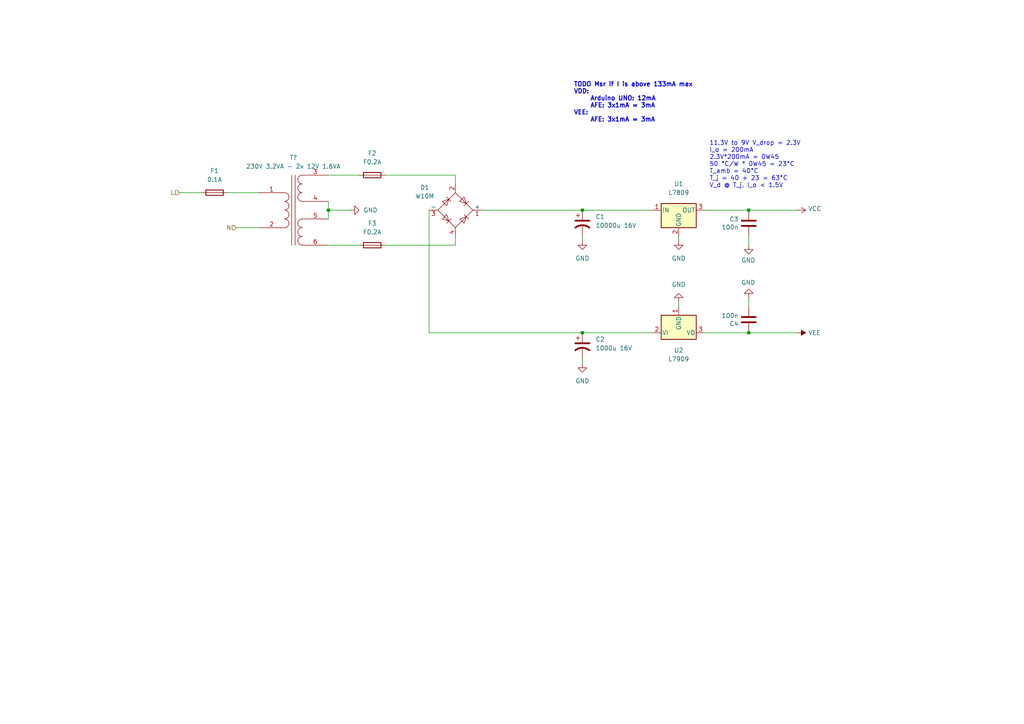
<source format=kicad_sch>
(kicad_sch (version 20231120) (generator "eeschema") (generator_version "8.0")
  (paper "A4")
  (lib_symbols
    (symbol "Device:C" (pin_numbers hide) (pin_names (offset 0.254))
      (property "Reference" "C" (at 0.635 2.54 0))
      (property "Value" "C" (at 0.635 -2.54 0))
      (symbol "C_0_1"
        (polyline (pts (xy -2.032 -0.762) (xy 2.032 -0.762)) (stroke (width 0.508)))
        (polyline (pts (xy -2.032 0.762) (xy 2.032 0.762)) (stroke (width 0.508)))
      )
      (symbol "C_1_1"
        (pin passive line (at 0 3.81 270) (length 2.794) (name "~") (number "1"))
        (pin passive line (at 0 -3.81 90) (length 2.794) (name "~") (number "2"))
      )
    )
    (symbol "Device:C_Polarized_US" (pin_numbers hide) (pin_names (offset 0.254) hide)
      (property "Reference" "C" (at 0.635 2.54 0))
      (property "Value" "C_Polarized_US" (at 0.635 -2.54 0))
      (symbol "C_Polarized_US_0_1"
        (polyline (pts (xy -2.032 0.762) (xy 2.032 0.762)) (stroke (width 0.508)))
        (polyline (pts (xy -1.778 2.286) (xy -0.762 2.286)))
        (polyline (pts (xy -1.27 1.778) (xy -1.27 2.794)))
        (arc (start 2.032 -1.27) (mid 0 -0.5572) (end -2.032 -1.27) (stroke (width 0.508)))
      )
      (symbol "C_Polarized_US_1_1"
        (pin passive line (at 0 3.81 270) (length 2.794) (name "~") (number "1"))
        (pin passive line (at 0 -3.81 90) (length 3.302) (name "~") (number "2"))
      )
    )
    (symbol "Device:Fuse" (pin_numbers hide) (pin_names (offset 0))
      (property "Reference" "F" (at 2.032 0 90))
      (property "Value" "Fuse" (at -1.905 0 90))
      (symbol "Fuse_0_1"
        (rectangle (start -0.762 -2.54) (end 0.762 2.54) (stroke (width 0.254)))
        (polyline (pts (xy 0 2.54) (xy 0 -2.54)))
      )
      (symbol "Fuse_1_1"
        (pin passive line (at 0 3.81 270) (length 1.27) (name "~") (number "1"))
        (pin passive line (at 0 -3.81 90) (length 1.27) (name "~") (number "2"))
      )
    )
    (symbol "Device:Transformer_1P_2S" (pin_names (offset 1.016) hide)
      (property "Reference" "T" (at 0 12.7 0))
      (property "Value" "Transformer_1P_2S" (at 0 -12.7 0))
      (symbol "Transformer_1P_2S_0_1"
        (arc (start -2.54 -5.0546) (mid -1.6599 -4.6901) (end -1.27 -3.81))
        (arc (start -2.54 -2.5146) (mid -1.6599 -2.1501) (end -1.27 -1.27))
        (arc (start -2.54 0.0254) (mid -1.6599 0.3899) (end -1.27 1.27))
        (arc (start -2.54 2.5654) (mid -1.6599 2.9299) (end -1.27 3.81))
        (arc (start -1.27 -3.81) (mid -1.642 -2.912) (end -2.54 -2.54))
        (arc (start -1.27 -1.27) (mid -1.642 -0.372) (end -2.54 0))
        (arc (start -1.27 1.27) (mid -1.642 2.168) (end -2.54 2.54))
        (arc (start -1.27 3.81) (mid -1.642 4.708) (end -2.54 5.08))
        (polyline (pts (xy -0.508 -10.16) (xy -0.508 10.16)))
        (polyline (pts (xy 0.508 10.16) (xy 0.508 -10.16)))
        (arc (start 1.2954 -8.89) (mid 1.6599 -9.7701) (end 2.54 -10.1346))
        (arc (start 1.2954 -6.35) (mid 1.6599 -7.2301) (end 2.54 -7.5946))
        (arc (start 1.2954 -3.81) (mid 1.6599 -4.6901) (end 2.54 -5.0546))
        (arc (start 1.2954 3.81) (mid 1.6599 2.9299) (end 2.54 2.5654))
        (arc (start 1.2954 6.35) (mid 1.6599 5.4699) (end 2.54 5.1054))
        (arc (start 1.2954 8.89) (mid 1.6599 8.0099) (end 2.54 7.6454))
        (arc (start 2.54 -7.62) (mid 1.642 -7.992) (end 1.2954 -8.89))
        (arc (start 2.54 -5.08) (mid 1.642 -5.452) (end 1.2954 -6.35))
        (arc (start 2.54 -2.54) (mid 1.642 -2.912) (end 1.2954 -3.81))
        (arc (start 2.54 5.08) (mid 1.642 4.708) (end 1.2954 3.81))
        (arc (start 2.54 7.62) (mid 1.642 7.248) (end 1.2954 6.35))
        (arc (start 2.54 10.16) (mid 1.642 9.788) (end 1.2954 8.89))
      )
      (symbol "Transformer_1P_2S_1_1"
        (pin passive line (at -10.16 5.08 0) (length 7.62) (name "AA") (number "1"))
        (pin passive line (at -10.16 -5.08 0) (length 7.62) (name "AB") (number "2"))
        (pin passive line (at 10.16 10.16 180) (length 7.62) (name "SA") (number "3"))
        (pin passive line (at 10.16 2.54 180) (length 7.62) (name "SB") (number "4"))
        (pin passive line (at 10.16 -2.54 180) (length 7.62) (name "SC") (number "5"))
        (pin passive line (at 10.16 -10.16 180) (length 7.62) (name "SD") (number "6"))
      )
    )
    (symbol "Diode_Bridge:W10G" (pin_names (offset 0))
      (property "Reference" "D" (at 2.54 6.985 0))
      (property "Value" "W10G" (at 2.54 5.08 0))
      (symbol "W10G_0_1"
        (polyline (pts (xy -2.54 3.81) (xy -1.27 2.54)))
        (polyline (pts (xy -1.27 -2.54) (xy -2.54 -3.81)))
        (polyline (pts (xy 2.54 -1.27) (xy 3.81 -2.54)))
        (polyline (pts (xy 2.54 1.27) (xy 3.81 2.54)))
        (polyline (pts (xy -3.81 2.54) (xy -2.54 1.27) (xy -1.905 3.175) (xy -3.81 2.54)))
        (polyline (pts (xy -2.54 -1.27) (xy -3.81 -2.54) (xy -1.905 -3.175) (xy -2.54 -1.27)))
        (polyline (pts (xy 1.27 2.54) (xy 2.54 3.81) (xy 3.175 1.905) (xy 1.27 2.54)))
        (polyline (pts (xy 3.175 -1.905) (xy 1.27 -2.54) (xy 2.54 -3.81) (xy 3.175 -1.905)))
        (polyline (pts (xy -5.08 0) (xy 0 -5.08) (xy 5.08 0) (xy 0 5.08) (xy -5.08 0)))
      )
      (symbol "W10G_1_1"
        (pin passive line (at 7.62 0 180) (length 2.54) (name "+") (number "1"))
        (pin passive line (at 0 -7.62 90) (length 2.54) (name "~") (number "2"))
        (pin passive line (at -7.62 0 0) (length 2.54) (name "-") (number "3"))
        (pin passive line (at 0 7.62 270) (length 2.54) (name "~") (number "4"))
      )
    )
    (symbol "Regulator_Linear:L7809" (pin_names (offset 0.254))
      (property "Reference" "U" (at -3.81 3.175 0))
      (property "Value" "L7809" (at 0 3.175 0))
      (symbol "L7809_0_1"
        (rectangle (start -5.08 1.905) (end 5.08 -5.08) (stroke (width 0.254)) (fill (type background)))
      )
      (symbol "L7809_1_1"
        (pin power_in line (at -7.62 0 0) (length 2.54) (name "IN") (number "1"))
        (pin power_in line (at 0 -7.62 90) (length 2.54) (name "GND") (number "2"))
        (pin power_out line (at 7.62 0 180) (length 2.54) (name "OUT") (number "3"))
      )
    )
    (symbol "Regulator_Linear:L7905" (pin_names (offset 0.254))
      (property "Reference" "U" (at -3.81 -3.175 0))
      (property "Value" "L7905" (at 0 -3.175 0))
      (symbol "L7905_0_1"
        (rectangle (start -5.08 5.08) (end 5.08 -1.905) (stroke (width 0.254)) (fill (type background)))
      )
      (symbol "L7905_1_1"
        (pin power_in line (at 0 7.62 270) (length 2.54) (name "GND") (number "1"))
        (pin power_in line (at -7.62 0 0) (length 2.54) (name "VI") (number "2"))
        (pin power_out line (at 7.62 0 180) (length 2.54) (name "VO") (number "3"))
      )
    )
    (symbol "power:GND" (power) (pin_names (offset 0))
      (property "Value" "GND" (at 0 -3.81 0))
      (symbol "GND_0_1"
        (polyline (pts (xy 0 0) (xy 0 -1.27) (xy 1.27 -1.27) (xy 0 -2.54) (xy -1.27 -1.27) (xy 0 -1.27)))
      )
      (symbol "GND_1_1"
        (pin power_in line (at 0 0 270) (length 0) hide (name "GND") (number "1"))
      )
    )
    (symbol "power:VCC" (power) (pin_names (offset 0))
      (property "Value" "VCC" (at 0 3.81 0))
      (symbol "VCC_0_1"
        (polyline (pts (xy -0.762 1.27) (xy 0 2.54)))
        (polyline (pts (xy 0 0) (xy 0 2.54)))
        (polyline (pts (xy 0 2.54) (xy 0.762 1.27)))
      )
      (symbol "VCC_1_1"
        (pin power_in line (at 0 0 90) (length 0) hide (name "VCC") (number "1"))
      )
    )
    (symbol "power:VEE" (power) (pin_names (offset 0))
      (property "Value" "VEE" (at 0 3.81 0))
      (symbol "VEE_0_1"
        (polyline (pts (xy 0 0) (xy 0 2.54)))
        (polyline (pts (xy 0.762 1.27) (xy -0.762 1.27) (xy 0 2.54) (xy 0.762 1.27)) (fill (type outline)))
      )
      (symbol "VEE_1_1"
        (pin power_in line (at 0 0 90) (length 0) hide (name "VEE") (number "1"))
      )
    )
  )
  (junction (at 217.17 96.52))
  (junction (at 95.25 60.96))
  (junction (at 217.17 60.96))
  (junction (at 168.91 60.96))
  (junction (at 168.91 96.52))
  (wire (pts (xy 132.08 50.8) (xy 132.08 53.34)))
  (wire (pts (xy 217.17 71.12) (xy 217.17 68.58)))
  (wire (pts (xy 124.46 96.52) (xy 168.91 96.52)))
  (wire (pts (xy 196.85 87.63) (xy 196.85 88.9)))
  (wire (pts (xy 66.04 55.88) (xy 74.93 55.88)))
  (wire (pts (xy 204.47 96.52) (xy 217.17 96.52)))
  (wire (pts (xy 111.76 50.8) (xy 132.08 50.8)))
  (wire (pts (xy 95.25 50.8) (xy 104.14 50.8)))
  (wire (pts (xy 196.85 69.85) (xy 196.85 68.58)))
  (wire (pts (xy 168.91 69.85) (xy 168.91 68.58)))
  (wire (pts (xy 168.91 96.52) (xy 189.23 96.52)))
  (wire (pts (xy 132.08 71.12) (xy 132.08 68.58)))
  (wire (pts (xy 204.47 60.96) (xy 217.17 60.96)))
  (wire (pts (xy 95.25 60.96) (xy 95.25 63.5)))
  (wire (pts (xy 95.25 60.96) (xy 101.6 60.96)))
  (wire (pts (xy 68.58 66.04) (xy 74.93 66.04)))
  (wire (pts (xy 139.7 60.96) (xy 168.91 60.96)))
  (wire (pts (xy 95.25 71.12) (xy 104.14 71.12)))
  (wire (pts (xy 217.17 96.52) (xy 231.14 96.52)))
  (wire (pts (xy 124.46 96.52) (xy 124.46 60.96)))
  (wire (pts (xy 217.17 86.36) (xy 217.17 88.9)))
  (wire (pts (xy 168.91 105.41) (xy 168.91 104.14)))
  (wire (pts (xy 168.91 60.96) (xy 189.23 60.96)))
  (wire (pts (xy 52.07 55.88) (xy 58.42 55.88)))
  (wire (pts (xy 95.25 58.42) (xy 95.25 60.96)))
  (wire (pts (xy 217.17 60.96) (xy 231.14 60.96)))
  (wire (pts (xy 111.76 71.12) (xy 132.08 71.12)))
  (text "TODO Msr if I is above 133mA max\nVDD:\n	Arduino UNO: 12mA\n	AFE: 3x1mA = 3mA\nVEE:\n	AFE: 3x1mA = 3mA" (at 166.37 35.56 0) (effects (font (size 1.27 1.27) (thickness 0.254) (bold yes)) (justify left bottom)))
  (text "11.3V to 9V V_drop = 2.3V\nI_o = 200mA\n2.3V*200mA = 0W45\n50 °C/W * 0W45 = 23°C\nT_amb = 40°C\nT_j = 40 + 23 = 63°C\nV_d @ T_j, I_o < 1.5V" (at 205.74 54.61 0) (effects (font (size 1.27 1.27)) (justify left bottom)))
  (hierarchical_label "N" (shape input) (at 68.58 66.04 180))
  (hierarchical_label "L" (shape input) (at 52.07 55.88 180))
  (symbol (lib_id "Device:Fuse") (at 107.95 71.12 90) (unit 1)
    (property "Reference" "F3" (at 107.95 64.77 90))
    (property "Value" "F0.2A" (at 107.95 67.31 90))
    (property "Footprint" "Fuse:Fuseholder_Clip-5x20mm_Littelfuse_111_Inline_P20.00x5.00mm_D1.05mm_Horizontal" (effects (hide yes)))
  )
  (symbol (lib_id "power:GND") (at 168.91 69.85 0) (unit 1)
    (property "Reference" "#PWR05" (effects (hide yes)))
    (property "Value" "GND" (at 168.91 74.93 0))
  )
  (symbol (lib_id "power:GND") (at 196.85 87.63 180) (unit 1)
    (property "Reference" "#PWR08" (effects (hide yes)))
    (property "Value" "GND" (at 196.85 82.55 0))
  )
  (symbol (lib_id "Diode_Bridge:W10G") (at 132.08 60.96 0) (mirror x) (unit 1)
    (property "Reference" "D1" (at 123.19 54.3812 0))
    (property "Value" "W10M" (at 123.19 56.9212 0))
    (property "Footprint" "Diode_THT:Diode_Bridge_Round_D9.8mm" (effects (hide yes)))
    (property "Datasheet" "https://www.vishay.com/docs/88769/woo5g.pdf" (effects (hide yes)))
  )
  (symbol (lib_id "power:VEE") (at 231.14 96.52 270) (mirror x) (unit 1)
    (property "Reference" "#PWR012" (effects (hide yes)))
    (property "Value" "VEE" (at 236.22 96.52 90))
  )
  (symbol (lib_id "Regulator_Linear:L7905") (at 196.85 96.52 0) (unit 1)
    (property "Reference" "U2" (at 196.85 101.6 0))
    (property "Value" "L7909" (at 196.85 104.14 0))
    (property "Footprint" "Package_TO_SOT_THT:TO-220-3_Vertical" (effects (hide yes)))
    (property "Datasheet" "http://www.st.com/content/ccc/resource/technical/document/datasheet/c9/16/86/41/c7/2b/45/f2/CD00000450.pdf/files/CD00000450.pdf/jcr:content/translations/en.CD00000450.pdf" (effects (hide yes)))
  )
  (symbol (lib_id "Device:C") (at 217.17 64.77 0) (mirror y) (unit 1)
    (property "Reference" "C3" (at 214.249 63.6016 0) (effects (justify left)))
    (property "Value" "100n" (at 214.249 65.913 0) (effects (justify left)))
    (property "Footprint" "For_Rasterboard:C_Disc_D3.0mm_W1.6mm_P2.50mm" (effects (hide yes)))
  )
  (symbol (lib_id "Device:Transformer_1P_2S") (at 85.09 60.96 0) (unit 1)
    (property "Reference" "T?" (at 85.09 45.72 0))
    (property "Value" "230V 3.2VA - 2x 12V 1.6VA" (at 85.09 48.26 0))
    (property "Footprint" "For_Rasterboard:Transformer-3VA_2xSec" (effects (hide yes)))
  )
  (symbol (lib_id "Device:Fuse") (at 107.95 50.8 90) (unit 1)
    (property "Reference" "F2" (at 107.95 44.45 90))
    (property "Value" "F0.2A" (at 107.95 46.99 90))
    (property "Footprint" "Fuse:Fuseholder_Clip-5x20mm_Littelfuse_111_Inline_P20.00x5.00mm_D1.05mm_Horizontal" (effects (hide yes)))
  )
  (symbol (lib_id "Device:C") (at 217.17 92.71 180) (unit 1)
    (property "Reference" "C4" (at 214.249 93.8784 0) (effects (justify left)))
    (property "Value" "100n" (at 214.249 91.567 0) (effects (justify left)))
    (property "Footprint" "For_Rasterboard:C_Disc_D3.0mm_W1.6mm_P2.50mm" (effects (hide yes)))
  )
  (symbol (lib_id "power:GND") (at 101.6 60.96 90) (unit 1)
    (property "Reference" "#PWR04" (effects (hide yes)))
    (property "Value" "GND" (at 105.41 60.9601 90) (effects (justify right)))
  )
  (symbol (lib_id "power:GND") (at 217.17 71.12 0) (mirror y) (unit 1)
    (property "Reference" "#PWR09" (effects (hide yes)))
    (property "Value" "GND" (at 217.043 75.5142 0))
  )
  (symbol (lib_id "power:GND") (at 168.91 105.41 0) (unit 1)
    (property "Reference" "#PWR06" (effects (hide yes)))
    (property "Value" "GND" (at 168.91 110.49 0))
  )
  (symbol (lib_id "power:GND") (at 217.17 86.36 180) (unit 1)
    (property "Reference" "#PWR010" (effects (hide yes)))
    (property "Value" "GND" (at 217.043 81.9658 0))
  )
  (symbol (lib_id "Device:C_Polarized_US") (at 168.91 64.77 0) (unit 1)
    (property "Reference" "C1" (at 172.72 62.8649 0) (effects (justify left)))
    (property "Value" "10000u 16V" (at 172.72 65.4049 0) (effects (justify left)))
    (property "Footprint" "Capacitor_THT:CP_Radial_D16.0mm_P7.50mm" (effects (hide yes)))
  )
  (symbol (lib_id "power:VCC") (at 231.14 60.96 270) (mirror x) (unit 1)
    (property "Reference" "#PWR011" (effects (hide yes)))
    (property "Value" "VCC" (at 234.3912 60.5282 90) (effects (justify left)))
  )
  (symbol (lib_id "power:GND") (at 196.85 69.85 0) (unit 1)
    (property "Reference" "#PWR07" (effects (hide yes)))
    (property "Value" "GND" (at 196.85 74.93 0))
  )
  (symbol (lib_id "Regulator_Linear:L7809") (at 196.85 60.96 0) (unit 1)
    (property "Reference" "U1" (at 196.85 53.34 0))
    (property "Value" "L7809" (at 196.85 55.88 0))
    (property "Footprint" "Package_TO_SOT_THT:TO-220-3_Vertical" (effects (hide yes)))
    (property "Datasheet" "http://www.st.com/content/ccc/resource/technical/document/datasheet/41/4f/b3/b0/12/d4/47/88/CD00000444.pdf/files/CD00000444.pdf/jcr:content/translations/en.CD00000444.pdf" (effects (hide yes)))
  )
  (symbol (lib_id "Device:Fuse") (at 62.23 55.88 90) (unit 1)
    (property "Reference" "F1" (at 62.23 49.53 90))
    (property "Value" "0.1A" (at 62.23 52.07 90))
    (property "Footprint" "Fuse:Fuseholder_Clip-5x20mm_Littelfuse_111_Inline_P20.00x5.00mm_D1.05mm_Horizontal" (effects (hide yes)))
  )
  (symbol (lib_id "Device:C_Polarized_US") (at 168.91 100.33 0) (unit 1)
    (property "Reference" "C2" (at 172.72 98.4249 0) (effects (justify left)))
    (property "Value" "1000u 16V" (at 172.72 100.9649 0) (effects (justify left)))
    (property "Footprint" "Capacitor_THT:CP_Radial_D10.0mm_P5.00mm" (effects (hide yes)))
  )
)
</source>
